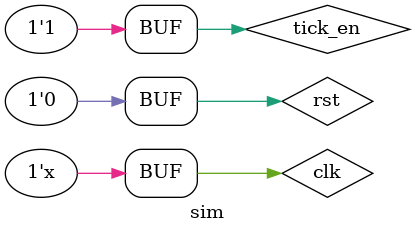
<source format=v>
`timescale 1ns / 1ps


module sim();
    reg clk;
    wire [7:0]result;
    reg rst;
    wire sch_error;
    wire tc_error;
    reg tick_en;

    design_1_wrapper design_1_wrapper(
        .clk(clk),
        .result(result),
        .rst(rst),
        .sch_error(sch_error),
        .tc_error(tc_error),
        .tick_en(tick_en)
    );

    always begin
        clk <= ~clk;
        #10;
    end

    initial begin
        clk <= 0;
        rst <= 1;
        tick_en <= 0;
        #200;
        rst <= 0;
        tick_en <= 1;
    end
   
endmodule

</source>
